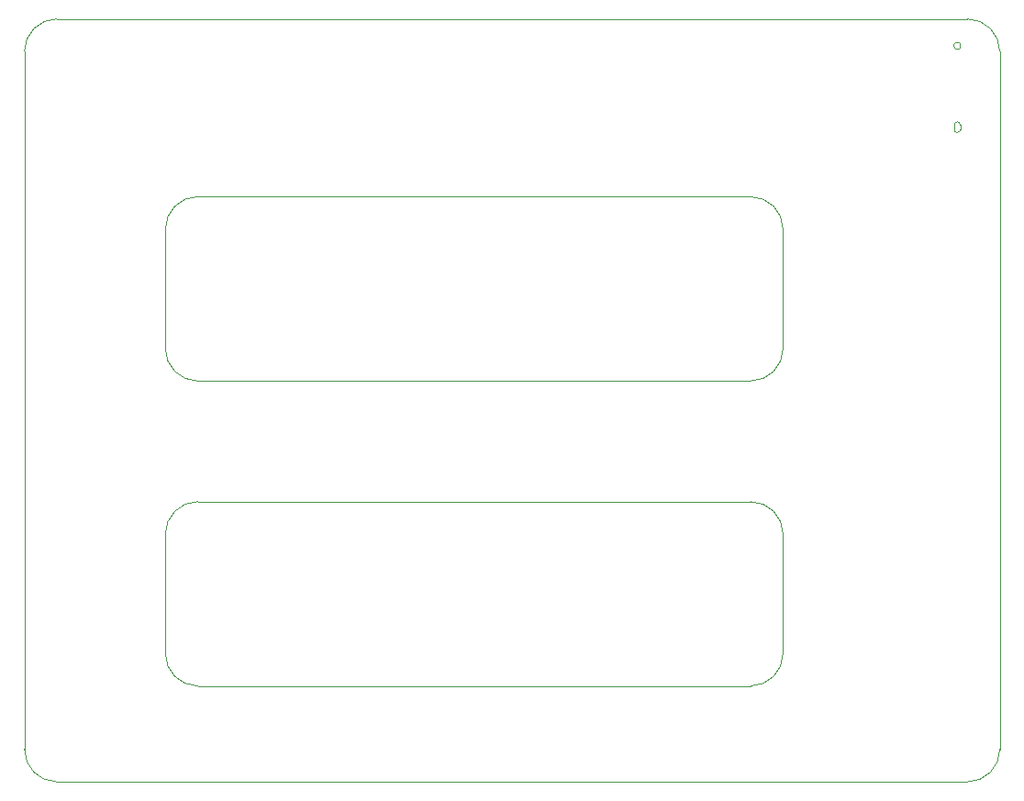
<source format=gm1>
G04*
G04 #@! TF.GenerationSoftware,Altium Limited,Altium Designer,24.0.1 (36)*
G04*
G04 Layer_Color=16711935*
%FSLAX44Y44*%
%MOMM*%
G71*
G04*
G04 #@! TF.SameCoordinates,83E8BF3D-B213-456F-A94E-7FD5B374DFB2*
G04*
G04*
G04 #@! TF.FilePolarity,Positive*
G04*
G01*
G75*
%ADD129C,0.0127*%
%ADD130C,0.0051*%
D129*
X130063Y169700D02*
G03*
X160063Y139700I29994J-6D01*
G01*
X670063D02*
G03*
X700063Y169700I23J29977D01*
G01*
Y279800D02*
G03*
X670063Y309800I-29977J23D01*
G01*
X160063D02*
G03*
X130063Y279800I-6J-29994D01*
G01*
X670063Y421120D02*
G03*
X700063Y451120I6J29994D01*
G01*
Y561230D02*
G03*
X670063Y591230I-29994J6D01*
G01*
X160063D02*
G03*
X130063Y561230I11J-30011D01*
G01*
Y451120D02*
G03*
X160063Y421120I30011J11D01*
G01*
X30064Y755230D02*
G03*
X63Y725230I-6J-29994D01*
G01*
X870063Y51230D02*
G03*
X900063Y81230I6J29994D01*
G01*
Y725230D02*
G03*
X870063Y755230I-29977J23D01*
G01*
X63Y81230D02*
G03*
X30064Y51230I30011J11D01*
G01*
X160063Y139700D02*
X670063D01*
X700063Y169700D02*
Y279800D01*
X160063Y309800D02*
X670063D01*
X130063Y169700D02*
Y279800D01*
X160063Y421120D02*
X670063D01*
X700063Y451120D02*
Y561230D01*
X160063Y591230D02*
X670063D01*
X130063Y451120D02*
Y561230D01*
X30064Y51230D02*
X870063D01*
X30064Y755230D02*
X870063D01*
X900063Y725230D02*
X900063Y81230D01*
X63Y725230D02*
X63Y81230D01*
D130*
X864107Y730413D02*
G03*
X864107Y730413I-3300J0D01*
G01*
X860807Y650470D02*
G03*
X863706Y653212I-0J2904D01*
G01*
X863707Y657352D02*
G03*
X860807Y660231I-2900J-21D01*
G01*
D02*
G03*
X857907Y657352I0J-2900D01*
G01*
X857906Y653230D02*
G03*
X860807Y650470I2900J144D01*
G01*
X863706Y653212D02*
X863707Y657352D01*
X857906Y653230D02*
X857907Y657352D01*
M02*

</source>
